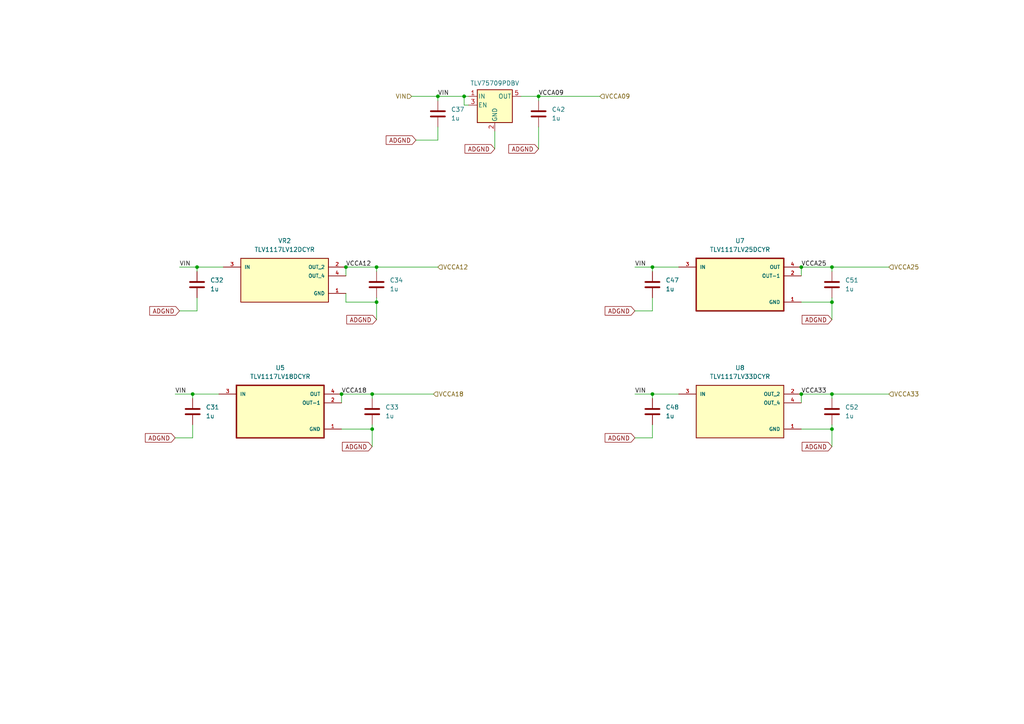
<source format=kicad_sch>
(kicad_sch (version 20231120) (generator "eeschema") (generator_version "8.0")
  (paper "A4")
  (lib_symbols
    (symbol "AVLSI:TLV1117LV12DCYR" (pin_names (offset 1.016))
      (property "Reference" "VR" (at -12.7 6.08 0))
      (property "Value" "TLV1117LV12DCYR" (at -12.7 -9.08 0))
      (symbol "TLV1117LV12DCYR_0_0"
        (rectangle (start -12.7 5.08) (end 12.7 -7.62) (stroke (width 0.254)) (fill (type background)))
        (pin power_in line (at 17.78 -5.08 180) (length 5.08) (name "GND") (number "1"))
        (pin output line (at 17.78 2.54 180) (length 5.08) (name "OUT_2") (number "2"))
        (pin input line (at -17.78 2.54 0) (length 5.08) (name "IN") (number "3"))
        (pin output line (at 17.78 0 180) (length 5.08) (name "OUT_4") (number "4"))
      )
    )
    (symbol "AVLSI:TLV1117LV18DCYR" (pin_names (offset 1.016))
      (property "Reference" "U" (at -12.7 8.62 0))
      (property "Value" "TLV1117LV18DCYR" (at -12.7 -11.62 0))
      (symbol "TLV1117LV18DCYR_0_0"
        (rectangle (start -12.7 -7.62) (end 12.7 7.62) (stroke (width 0.41)) (fill (type background)))
        (pin power_in line (at 17.78 -5.08 180) (length 5.08) (name "GND") (number "1"))
        (pin output line (at 17.78 2.54 180) (length 5.08) (name "OUT-1") (number "2"))
        (pin input line (at -17.78 5.08 0) (length 5.08) (name "IN") (number "3"))
        (pin output line (at 17.78 5.08 180) (length 5.08) (name "OUT") (number "4"))
      )
    )
    (symbol "AVLSI:TLV1117LV25DCYR" (pin_names (offset 1.016))
      (property "Reference" "U" (at -12.7 8.62 0))
      (property "Value" "TLV1117LV25DCYR" (at -12.7 -11.62 0))
      (symbol "TLV1117LV25DCYR_0_0"
        (rectangle (start -12.7 -7.62) (end 12.7 7.62) (stroke (width 0.41)) (fill (type background)))
        (pin power_in line (at 17.78 -5.08 180) (length 5.08) (name "GND") (number "1"))
        (pin output line (at 17.78 2.54 180) (length 5.08) (name "OUT-1") (number "2"))
        (pin input line (at -17.78 5.08 0) (length 5.08) (name "IN") (number "3"))
        (pin output line (at 17.78 5.08 180) (length 5.08) (name "OUT") (number "4"))
      )
    )
    (symbol "AVLSI:TLV1117LV33DCYR" (pin_names (offset 1.016))
      (property "Reference" "U" (at -12.7 8.62 0))
      (property "Value" "TLV1117LV33DCYR" (at -12.7 -11.62 0))
      (symbol "TLV1117LV33DCYR_0_0"
        (rectangle (start -12.7 7.62) (end 12.7 -7.62) (stroke (width 0.254)) (fill (type background)))
        (pin power_in line (at 17.78 -5.08 180) (length 5.08) (name "GND") (number "1"))
        (pin output line (at 17.78 5.08 180) (length 5.08) (name "OUT_2") (number "2"))
        (pin input line (at -17.78 5.08 0) (length 5.08) (name "IN") (number "3"))
        (pin output line (at 17.78 2.54 180) (length 5.08) (name "OUT_4") (number "4"))
      )
    )
    (symbol "Device:C" (pin_numbers hide) (pin_names (offset 0.254))
      (property "Reference" "C" (at 0.635 2.54 0))
      (property "Value" "C" (at 0.635 -2.54 0))
      (symbol "C_0_1"
        (polyline (pts (xy -2.032 -0.762) (xy 2.032 -0.762)) (stroke (width 0.508)))
        (polyline (pts (xy -2.032 0.762) (xy 2.032 0.762)) (stroke (width 0.508)))
      )
      (symbol "C_1_1"
        (pin passive line (at 0 3.81 270) (length 2.794) (name "~") (number "1"))
        (pin passive line (at 0 -3.81 90) (length 2.794) (name "~") (number "2"))
      )
    )
    (symbol "Regulator_Linear:TLV75709PDBV" (pin_names (offset 0.254))
      (property "Reference" "U" (at -3.81 5.715 0))
      (property "Value" "TLV75709PDBV" (at 0 5.715 0))
      (symbol "TLV75709PDBV_0_1"
        (rectangle (start -5.08 4.445) (end 5.08 -5.08) (stroke (width 0.254)) (fill (type background)))
      )
      (symbol "TLV75709PDBV_1_1"
        (pin power_in line (at -7.62 2.54 0) (length 2.54) (name "IN") (number "1"))
        (pin power_in line (at 0 -7.62 90) (length 2.54) (name "GND") (number "2"))
        (pin input line (at -7.62 0 0) (length 2.54) (name "EN") (number "3"))
        (pin no_connect line (at 5.08 0 180) (length 2.54) hide (name "NC") (number "4"))
        (pin power_out line (at 7.62 2.54 180) (length 2.54) (name "OUT") (number "5"))
      )
    )
  )
  (junction (at 100.33 77.47))
  (junction (at 189.23 114.3))
  (junction (at 189.23 77.47))
  (junction (at 109.22 77.47))
  (junction (at 156.21 27.94))
  (junction (at 99.06 114.3))
  (junction (at 232.41 114.3))
  (junction (at 107.95 114.3))
  (junction (at 232.41 77.47))
  (junction (at 107.95 124.46))
  (junction (at 55.88 114.3))
  (junction (at 134.62 27.94))
  (junction (at 57.15 77.47))
  (junction (at 241.3 124.46))
  (junction (at 241.3 77.47))
  (junction (at 109.22 87.63))
  (junction (at 241.3 87.63))
  (junction (at 241.3 114.3))
  (junction (at 127 27.94))
  (wire (pts (xy 189.23 78.74) (xy 189.23 77.47)))
  (wire (pts (xy 184.15 90.17) (xy 189.23 90.17)))
  (wire (pts (xy 241.3 77.47) (xy 241.3 78.74)))
  (wire (pts (xy 232.41 77.47) (xy 232.41 80.01)))
  (wire (pts (xy 232.41 77.47) (xy 241.3 77.47)))
  (wire (pts (xy 100.33 77.47) (xy 100.33 80.01)))
  (wire (pts (xy 134.62 27.94) (xy 134.62 30.48)))
  (wire (pts (xy 241.3 114.3) (xy 241.3 115.57)))
  (wire (pts (xy 99.06 124.46) (xy 107.95 124.46)))
  (wire (pts (xy 189.23 115.57) (xy 189.23 114.3)))
  (wire (pts (xy 109.22 86.36) (xy 109.22 87.63)))
  (wire (pts (xy 119.38 27.94) (xy 127 27.94)))
  (wire (pts (xy 57.15 77.47) (xy 64.77 77.47)))
  (wire (pts (xy 134.62 27.94) (xy 135.89 27.94)))
  (wire (pts (xy 99.06 114.3) (xy 107.95 114.3)))
  (wire (pts (xy 107.95 123.19) (xy 107.95 124.46)))
  (wire (pts (xy 100.33 77.47) (xy 109.22 77.47)))
  (wire (pts (xy 184.15 114.3) (xy 189.23 114.3)))
  (wire (pts (xy 107.95 114.3) (xy 107.95 115.57)))
  (wire (pts (xy 50.8 127) (xy 55.88 127)))
  (wire (pts (xy 156.21 27.94) (xy 173.99 27.94)))
  (wire (pts (xy 241.3 114.3) (xy 257.81 114.3)))
  (wire (pts (xy 241.3 86.36) (xy 241.3 87.63)))
  (wire (pts (xy 189.23 123.19) (xy 189.23 127)))
  (wire (pts (xy 127 29.21) (xy 127 27.94)))
  (wire (pts (xy 151.13 27.94) (xy 156.21 27.94)))
  (wire (pts (xy 156.21 27.94) (xy 156.21 29.21)))
  (wire (pts (xy 55.88 123.19) (xy 55.88 127)))
  (wire (pts (xy 107.95 124.46) (xy 107.95 129.54)))
  (wire (pts (xy 241.3 87.63) (xy 241.3 92.71)))
  (wire (pts (xy 52.07 77.47) (xy 57.15 77.47)))
  (wire (pts (xy 57.15 86.36) (xy 57.15 90.17)))
  (wire (pts (xy 127 27.94) (xy 134.62 27.94)))
  (wire (pts (xy 156.21 36.83) (xy 156.21 43.18)))
  (wire (pts (xy 241.3 77.47) (xy 257.81 77.47)))
  (wire (pts (xy 189.23 114.3) (xy 196.85 114.3)))
  (wire (pts (xy 100.33 85.09) (xy 100.33 87.63)))
  (wire (pts (xy 232.41 124.46) (xy 241.3 124.46)))
  (wire (pts (xy 184.15 77.47) (xy 189.23 77.47)))
  (wire (pts (xy 109.22 77.47) (xy 109.22 78.74)))
  (wire (pts (xy 50.8 114.3) (xy 55.88 114.3)))
  (wire (pts (xy 99.06 114.3) (xy 99.06 116.84)))
  (wire (pts (xy 189.23 77.47) (xy 196.85 77.47)))
  (wire (pts (xy 232.41 87.63) (xy 241.3 87.63)))
  (wire (pts (xy 107.95 114.3) (xy 125.73 114.3)))
  (wire (pts (xy 109.22 77.47) (xy 127 77.47)))
  (wire (pts (xy 127 36.83) (xy 127 40.64)))
  (wire (pts (xy 52.07 90.17) (xy 57.15 90.17)))
  (wire (pts (xy 109.22 87.63) (xy 109.22 92.71)))
  (wire (pts (xy 241.3 124.46) (xy 241.3 129.54)))
  (wire (pts (xy 189.23 86.36) (xy 189.23 90.17)))
  (wire (pts (xy 143.51 38.1) (xy 143.51 43.18)))
  (wire (pts (xy 55.88 115.57) (xy 55.88 114.3)))
  (wire (pts (xy 55.88 114.3) (xy 63.5 114.3)))
  (wire (pts (xy 241.3 123.19) (xy 241.3 124.46)))
  (wire (pts (xy 232.41 114.3) (xy 241.3 114.3)))
  (wire (pts (xy 57.15 78.74) (xy 57.15 77.47)))
  (wire (pts (xy 134.62 30.48) (xy 135.89 30.48)))
  (wire (pts (xy 232.41 114.3) (xy 232.41 116.84)))
  (wire (pts (xy 184.15 127) (xy 189.23 127)))
  (wire (pts (xy 120.65 40.64) (xy 127 40.64)))
  (wire (pts (xy 100.33 87.63) (xy 109.22 87.63)))
  (label "VIN" (at 127 27.94 0))
  (label "VIN" (at 184.15 77.47 0))
  (label "VCCA25" (at 232.41 77.47 0))
  (label "VCCA12" (at 100.33 77.47 0))
  (label "VIN" (at 52.07 77.47 0))
  (label "VCCA18" (at 99.06 114.3 0))
  (label "VIN" (at 184.15 114.3 0))
  (label "VCCA33" (at 232.41 114.3 0))
  (label "VIN" (at 50.8 114.3 0))
  (label "VCCA09" (at 156.21 27.94 0))
  (global_label "ADGND" (shape input) (at 156.21 43.18 180) (property "Intersheetrefs" "${INTERSHEET_REFS}" (effects (hide yes))))
  (global_label "ADGND" (shape input) (at 241.3 129.54 180) (property "Intersheetrefs" "${INTERSHEET_REFS}" (effects (hide yes))))
  (global_label "ADGND" (shape input) (at 107.95 129.54 180) (property "Intersheetrefs" "${INTERSHEET_REFS}" (effects (hide yes))))
  (global_label "ADGND" (shape input) (at 52.07 90.17 180) (property "Intersheetrefs" "${INTERSHEET_REFS}" (effects (hide yes))))
  (global_label "ADGND" (shape input) (at 120.65 40.64 180) (property "Intersheetrefs" "${INTERSHEET_REFS}" (effects (hide yes))))
  (global_label "ADGND" (shape input) (at 109.22 92.71 180) (property "Intersheetrefs" "${INTERSHEET_REFS}" (effects (hide yes))))
  (global_label "ADGND" (shape input) (at 241.3 92.71 180) (property "Intersheetrefs" "${INTERSHEET_REFS}" (effects (hide yes))))
  (global_label "ADGND" (shape input) (at 50.8 127 180) (property "Intersheetrefs" "${INTERSHEET_REFS}" (effects (hide yes))))
  (global_label "ADGND" (shape input) (at 143.51 43.18 180) (property "Intersheetrefs" "${INTERSHEET_REFS}" (effects (hide yes))))
  (global_label "ADGND" (shape input) (at 184.15 127 180) (property "Intersheetrefs" "${INTERSHEET_REFS}" (effects (hide yes))))
  (global_label "ADGND" (shape input) (at 184.15 90.17 180) (property "Intersheetrefs" "${INTERSHEET_REFS}" (effects (hide yes))))
  (hierarchical_label "VCCA18" (shape input) (at 125.73 114.3 0))
  (hierarchical_label "VCCA33" (shape input) (at 257.81 114.3 0))
  (hierarchical_label "VCCA12" (shape input) (at 127 77.47 0))
  (hierarchical_label "VCCA09" (shape input) (at 173.99 27.94 0))
  (hierarchical_label "VCCA25" (shape input) (at 257.81 77.47 0))
  (hierarchical_label "VIN" (shape input) (at 119.38 27.94 180))
  (symbol (lib_id "Device:C") (at 55.88 119.38 0) (unit 1)
    (property "Reference" "C31" (at 59.69 118.1099 0) (effects (justify left)))
    (property "Value" "1u" (at 59.69 120.6499 0) (effects (justify left)))
    (property "Footprint" "Capacitor_SMD:C_0603_1608Metric" (effects (hide yes)))
    (property "Description" "Unpolarized capacitor" (effects (hide yes)))
  )
  (symbol (lib_id "Regulator_Linear:TLV75709PDBV") (at 143.51 30.48 0) (unit 1)
    (property "Reference" "U6" (effects (hide yes)))
    (property "Value" "TLV75709PDBV" (at 143.51 24.13 0))
    (property "Footprint" "Package_TO_SOT_SMD:SOT-23-5" (effects (hide yes)))
    (property "Datasheet" "https://www.ti.com/lit/ds/symlink/tlv757p.pdf" (effects (hide yes)))
    (property "Description" "1A Low IQ Small Size Low Dropout Voltage Regulator, Fixed Output 0.9V, SOT-23-5" (effects (hide yes)))
  )
  (symbol (lib_id "AVLSI:TLV1117LV12DCYR") (at 82.55 80.01 0) (unit 1)
    (property "Reference" "VR2" (at 82.55 69.85 0))
    (property "Value" "TLV1117LV12DCYR" (at 82.55 72.39 0))
    (property "Footprint" "avlsi:VREG_TLV1117LV12DCYR" (effects (hide yes)))
    (property "Datasheet" "https://www.ti.com/lit/ds/symlink/tlv1117lv.pdf?HQS=dis-dk-null-digikeymode-dsf-pf-null-wwe&ts=1729704648859&ref_url=https%253A%252F%252Fwww.ti.com%252Fgeneral%252Fdocs%252Fsuppproductinfo.tsp%253FdistId%253D10%2526gotoUrl%253Dhttps%253A%252F%252Fwww.ti.com%252Flit%252Fgpn%252Ftlv1117lv" (effects (hide yes)))
    (property "PARTREV" "B" (effects (hide yes)))
    (property "STANDARD" "Manufacturer Recommendations" (effects (hide yes)))
    (property "MAXIMUM_PACKAGE_HEIGHT" "1.80 mm" (effects (hide yes)))
    (property "MANUFACTURER" "Texas Instruments" (effects (hide yes)))
  )
  (symbol (lib_id "AVLSI:TLV1117LV25DCYR") (at 214.63 82.55 0) (unit 1)
    (property "Reference" "U7" (at 214.63 69.85 0))
    (property "Value" "TLV1117LV25DCYR" (at 214.63 72.39 0))
    (property "Footprint" "avlsi:SOT230P700X180-4N" (effects (hide yes)))
    (property "Datasheet" "https://www.ti.com/lit/ds/symlink/tlv1117lv.pdf?HQS=dis-dk-null-digikeymode-dsf-pf-null-wwe&ts=1729704648859&ref_url=https%253A%252F%252Fwww.ti.com%252Fgeneral%252Fdocs%252Fsuppproductinfo.tsp%253FdistId%253D10%2526gotoUrl%253Dhttps%253A%252F%252Fwww.ti.com%252Flit%252Fgpn%252Ftlv1117lv" (effects (hide yes)))
  )
  (symbol (lib_id "Device:C") (at 241.3 82.55 0) (unit 1)
    (property "Reference" "C51" (at 245.11 81.2799 0) (effects (justify left)))
    (property "Value" "1u" (at 245.11 83.8199 0) (effects (justify left)))
    (property "Footprint" "Capacitor_SMD:C_0603_1608Metric" (effects (hide yes)))
    (property "Description" "Unpolarized capacitor" (effects (hide yes)))
  )
  (symbol (lib_id "Device:C") (at 109.22 82.55 0) (unit 1)
    (property "Reference" "C34" (at 113.03 81.2799 0) (effects (justify left)))
    (property "Value" "1u" (at 113.03 83.8199 0) (effects (justify left)))
    (property "Footprint" "Capacitor_SMD:C_0603_1608Metric" (effects (hide yes)))
    (property "Description" "Unpolarized capacitor" (effects (hide yes)))
  )
  (symbol (lib_id "Device:C") (at 189.23 82.55 0) (unit 1)
    (property "Reference" "C47" (at 193.04 81.2799 0) (effects (justify left)))
    (property "Value" "1u" (at 193.04 83.8199 0) (effects (justify left)))
    (property "Footprint" "Capacitor_SMD:C_0603_1608Metric" (effects (hide yes)))
    (property "Description" "Unpolarized capacitor" (effects (hide yes)))
  )
  (symbol (lib_id "Device:C") (at 107.95 119.38 0) (unit 1)
    (property "Reference" "C33" (at 111.76 118.1099 0) (effects (justify left)))
    (property "Value" "1u" (at 111.76 120.6499 0) (effects (justify left)))
    (property "Footprint" "Capacitor_SMD:C_0603_1608Metric" (effects (hide yes)))
    (property "Description" "Unpolarized capacitor" (effects (hide yes)))
  )
  (symbol (lib_id "Device:C") (at 57.15 82.55 0) (unit 1)
    (property "Reference" "C32" (at 60.96 81.2799 0) (effects (justify left)))
    (property "Value" "1u" (at 60.96 83.8199 0) (effects (justify left)))
    (property "Footprint" "Capacitor_SMD:C_0603_1608Metric" (effects (hide yes)))
    (property "Description" "Unpolarized capacitor" (effects (hide yes)))
  )
  (symbol (lib_id "AVLSI:TLV1117LV18DCYR") (at 81.28 119.38 0) (unit 1)
    (property "Reference" "U5" (at 81.28 106.68 0))
    (property "Value" "TLV1117LV18DCYR" (at 81.28 109.22 0))
    (property "Footprint" "avlsi:SOT230P700X180-4N" (effects (hide yes)))
    (property "Datasheet" "https://www.ti.com/lit/ds/symlink/tlv1117lv.pdf?HQS=dis-dk-null-digikeymode-dsf-pf-null-wwe&ts=1729704648859&ref_url=https%253A%252F%252Fwww.ti.com%252Fgeneral%252Fdocs%252Fsuppproductinfo.tsp%253FdistId%253D10%2526gotoUrl%253Dhttps%253A%252F%252Fwww.ti.com%252Flit%252Fgpn%252Ftlv1117lv" (effects (hide yes)))
  )
  (symbol (lib_id "AVLSI:TLV1117LV33DCYR") (at 214.63 119.38 0) (unit 1)
    (property "Reference" "U8" (at 214.63 106.68 0))
    (property "Value" "TLV1117LV33DCYR" (at 214.63 109.22 0))
    (property "Footprint" "avlsi:VREG_TLV1117LV33DCYR" (effects (hide yes)))
    (property "Datasheet" "https://www.ti.com/lit/ds/symlink/tlv1117lv.pdf?HQS=dis-dk-null-digikeymode-dsf-pf-null-wwe&ts=1729704648859&ref_url=https%253A%252F%252Fwww.ti.com%252Fgeneral%252Fdocs%252Fsuppproductinfo.tsp%253FdistId%253D10%2526gotoUrl%253Dhttps%253A%252F%252Fwww.ti.com%252Flit%252Fgpn%252Ftlv1117lv" (effects (hide yes)))
    (property "PARTREV" "B" (effects (hide yes)))
    (property "STANDARD" "IPC-7351B" (effects (hide yes)))
    (property "MAXIMUM_PACKAGE_HEIGHT" "1.80 mm" (effects (hide yes)))
    (property "MANUFACTURER" "Texas Instruments" (effects (hide yes)))
  )
  (symbol (lib_id "Device:C") (at 241.3 119.38 0) (unit 1)
    (property "Reference" "C52" (at 245.11 118.1099 0) (effects (justify left)))
    (property "Value" "1u" (at 245.11 120.6499 0) (effects (justify left)))
    (property "Footprint" "Capacitor_SMD:C_0603_1608Metric" (effects (hide yes)))
    (property "Description" "Unpolarized capacitor" (effects (hide yes)))
  )
  (symbol (lib_id "Device:C") (at 156.21 33.02 0) (unit 1)
    (property "Reference" "C42" (at 160.02 31.7499 0) (effects (justify left)))
    (property "Value" "1u" (at 160.02 34.2899 0) (effects (justify left)))
    (property "Footprint" "Capacitor_SMD:C_0603_1608Metric" (effects (hide yes)))
    (property "Description" "Unpolarized capacitor" (effects (hide yes)))
  )
  (symbol (lib_id "Device:C") (at 127 33.02 0) (unit 1)
    (property "Reference" "C37" (at 130.81 31.7499 0) (effects (justify left)))
    (property "Value" "1u" (at 130.81 34.2899 0) (effects (justify left)))
    (property "Footprint" "Capacitor_SMD:C_0603_1608Metric" (effects (hide yes)))
    (property "Description" "Unpolarized capacitor" (effects (hide yes)))
  )
  (symbol (lib_id "Device:C") (at 189.23 119.38 0) (unit 1)
    (property "Reference" "C48" (at 193.04 118.1099 0) (effects (justify left)))
    (property "Value" "1u" (at 193.04 120.6499 0) (effects (justify left)))
    (property "Footprint" "Capacitor_SMD:C_0603_1608Metric" (effects (hide yes)))
    (property "Description" "Unpolarized capacitor" (effects (hide yes)))
  )
)
</source>
